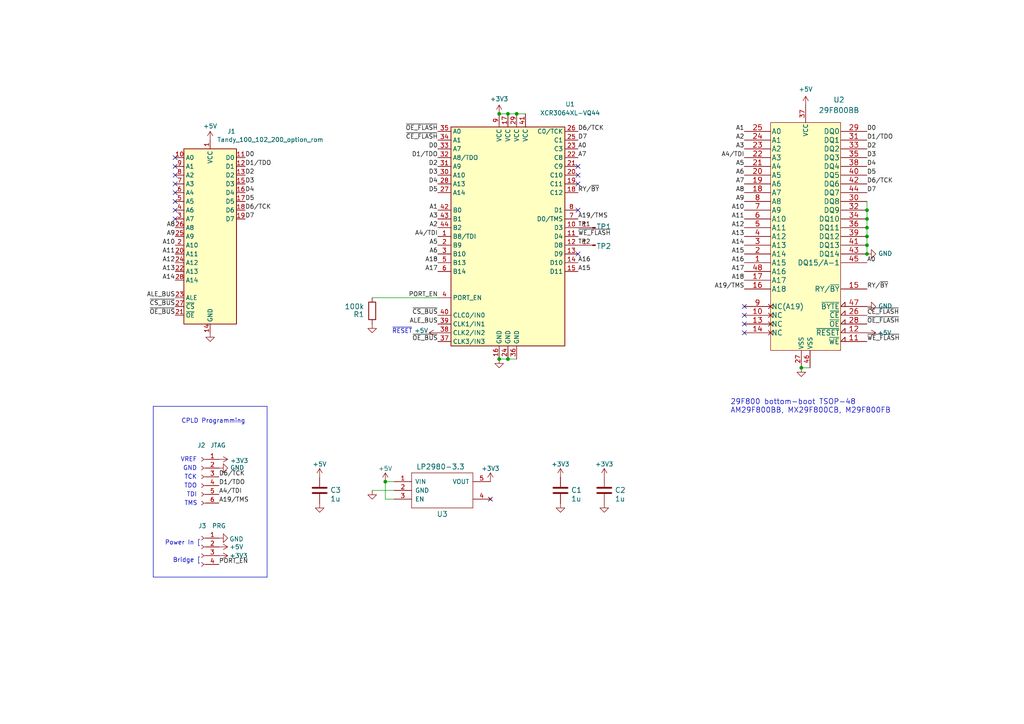
<source format=kicad_sch>
(kicad_sch (version 20231120) (generator "eeschema") (generator_version "8.0")
  (paper "A4")
  (title_block (title "REX Classic bkw") (date "2023-07-02") (rev "022") (company "Brian K. White - b.kenyon.w@gmail.com") (comment 1 "Original design: Steven Adolph"))
  (lib_symbols
    (symbol "000_LOCAL:29F800" (pin_names (offset 0.254))
      (property "Reference" "U" (at -10.16 3.81 0))
      (property "Value" "29F800" (at 2.54 3.81 0))
      (symbol "29F800_1_0"
        (pin power_in line (at -1.27 -68.58 90) (length 5.08) (name "VSS") (number "27"))
        (pin power_in line (at 0 7.62 270) (length 5.08) (name "VCC") (number "37"))
        (pin power_in line (at 1.27 -68.58 90) (length 5.08) (name "VSS") (number "46"))
      )
      (symbol "29F800_1_1"
        (rectangle (start -10.16 2.54) (end 10.16 -63.5) (fill (type background)))
        (pin input line (at -17.78 -38.1 0) (length 7.62) (name "A15") (number "1"))
        (pin passive non_logic (at -17.78 -53.34 0) (length 7.62) (name "NC") (number "10"))
        (pin input input_low (at 17.78 -60.96 180) (length 7.62) (name "~{WE}") (number "11"))
        (pin input input_low (at 17.78 -58.42 180) (length 7.62) (name "~{RESET}") (number "12"))
        (pin passive non_logic (at -17.78 -55.88 0) (length 7.62) (name "NC") (number "13"))
        (pin passive non_logic (at -17.78 -58.42 0) (length 7.62) (name "NC") (number "14"))
        (pin output line (at 17.78 -45.72 180) (length 7.62) (name "RY/~{BY}") (number "15"))
        (pin input line (at -17.78 -45.72 0) (length 7.62) (name "A18") (number "16"))
        (pin input line (at -17.78 -43.18 0) (length 7.62) (name "A17") (number "17"))
        (pin input line (at -17.78 -17.78 0) (length 7.62) (name "A7") (number "18"))
        (pin input line (at -17.78 -15.24 0) (length 7.62) (name "A6") (number "19"))
        (pin input line (at -17.78 -35.56 0) (length 7.62) (name "A14") (number "2"))
        (pin input line (at -17.78 -12.7 0) (length 7.62) (name "A5") (number "20"))
        (pin input line (at -17.78 -10.16 0) (length 7.62) (name "A4") (number "21"))
        (pin input line (at -17.78 -7.62 0) (length 7.62) (name "A3") (number "22"))
        (pin input line (at -17.78 -5.08 0) (length 7.62) (name "A2") (number "23"))
        (pin input line (at -17.78 -2.54 0) (length 7.62) (name "A1") (number "24"))
        (pin input line (at -17.78 0 0) (length 7.62) (name "A0") (number "25"))
        (pin input input_low (at 17.78 -53.34 180) (length 7.62) (name "~{CE}") (number "26"))
        (pin input input_low (at 17.78 -55.88 180) (length 7.62) (name "~{OE}") (number "28"))
        (pin bidirectional line (at 17.78 0 180) (length 7.62) (name "DQ0") (number "29"))
        (pin input line (at -17.78 -33.02 0) (length 7.62) (name "A13") (number "3"))
        (pin bidirectional line (at 17.78 -20.32 180) (length 7.62) (name "DQ8") (number "30"))
        (pin bidirectional line (at 17.78 -2.54 180) (length 7.62) (name "DQ1") (number "31"))
        (pin bidirectional line (at 17.78 -22.86 180) (length 7.62) (name "DQ9") (number "32"))
        (pin bidirectional line (at 17.78 -5.08 180) (length 7.62) (name "DQ2") (number "33"))
        (pin bidirectional line (at 17.78 -25.4 180) (length 7.62) (name "DQ10") (number "34"))
        (pin bidirectional line (at 17.78 -7.62 180) (length 7.62) (name "DQ3") (number "35"))
        (pin bidirectional line (at 17.78 -27.94 180) (length 7.62) (name "DQ11") (number "36"))
        (pin bidirectional line (at 17.78 -10.16 180) (length 7.62) (name "DQ4") (number "38"))
        (pin bidirectional line (at 17.78 -30.48 180) (length 7.62) (name "DQ12") (number "39"))
        (pin input line (at -17.78 -30.48 0) (length 7.62) (name "A12") (number "4"))
        (pin bidirectional line (at 17.78 -12.7 180) (length 7.62) (name "DQ5") (number "40"))
        (pin bidirectional line (at 17.78 -33.02 180) (length 7.62) (name "DQ13") (number "41"))
        (pin bidirectional line (at 17.78 -15.24 180) (length 7.62) (name "DQ6") (number "42"))
        (pin bidirectional line (at 17.78 -35.56 180) (length 7.62) (name "DQ14") (number "43"))
        (pin bidirectional line (at 17.78 -17.78 180) (length 7.62) (name "DQ7") (number "44"))
        (pin bidirectional line (at 17.78 -38.1 180) (length 7.62) (name "DQ15/A-1") (number "45"))
        (pin input input_low (at 17.78 -50.8 180) (length 7.62) (name "~{BYTE}") (number "47"))
        (pin input line (at -17.78 -40.64 0) (length 7.62) (name "A16") (number "48"))
        (pin input line (at -17.78 -27.94 0) (length 7.62) (name "A11") (number "5"))
        (pin input line (at -17.78 -25.4 0) (length 7.62) (name "A10") (number "6"))
        (pin input line (at -17.78 -22.86 0) (length 7.62) (name "A9") (number "7"))
        (pin input line (at -17.78 -20.32 0) (length 7.62) (name "A8") (number "8"))
        (pin passive non_logic (at -17.78 -50.8 0) (length 7.62) (name "NC(A19)") (number "9"))
      )
    )
    (symbol "000_LOCAL:C" (pin_numbers hide) (pin_names (offset 0.254))
      (property "Reference" "C" (at 0.635 2.54 0))
      (property "Value" "C" (at 0.635 -2.54 0))
      (symbol "C_0_1"
        (polyline (pts (xy -2.032 -0.762) (xy 2.032 -0.762)) (stroke (width 0.508)))
        (polyline (pts (xy -2.032 0.762) (xy 2.032 0.762)) (stroke (width 0.508)))
      )
      (symbol "C_1_1"
        (pin passive line (at 0 3.81 270) (length 2.794) (name "~") (number "1"))
        (pin passive line (at 0 -3.81 90) (length 2.794) (name "~") (number "2"))
      )
    )
    (symbol "000_LOCAL:LP2980" (pin_names (offset 1.016))
      (property "Reference" "U" (at -2.54 -7.62 0))
      (property "Value" "LP2980" (at -2.54 -10.16 0))
      (symbol "LP2980_1_0"
        (polyline (pts (xy -7.62 -5.08) (xy 10.16 -5.08)))
        (polyline (pts (xy -7.62 5.08) (xy -7.62 -5.08)))
        (polyline (pts (xy 10.16 -5.08) (xy 10.16 5.08)))
        (polyline (pts (xy 10.16 5.08) (xy -7.62 5.08)))
        (pin power_in line (at -12.7 2.54 0) (length 5.08) (name "VIN") (number "1"))
        (pin power_in line (at -12.7 0 0) (length 5.08) (name "GND") (number "2"))
        (pin input line (at -12.7 -2.54 0) (length 5.08) (name "EN") (number "3"))
        (pin no_connect line (at 15.24 -2.54 180) (length 5.08) (name "~") (number "4"))
        (pin power_out line (at 15.24 2.54 180) (length 5.08) (name "VOUT") (number "5"))
      )
    )
    (symbol "000_LOCAL:R" (pin_numbers hide) (pin_names (offset 0))
      (property "Reference" "R" (at 2.032 0 90))
      (property "Value" "R" (at 0 0 90))
      (symbol "R_0_1"
        (rectangle (start -1.016 -2.54) (end 1.016 2.54) (stroke (width 0.254)))
      )
      (symbol "R_1_1"
        (pin passive line (at 0 3.81 270) (length 1.27) (name "~") (number "1"))
        (pin passive line (at 0 -3.81 90) (length 1.27) (name "~") (number "2"))
      )
    )
    (symbol "000_LOCAL:Tandy_100_102_200_option_rom"
      (property "Reference" "U" (at -7.62 26.67 0))
      (property "Value" "Tandy_100_102_200_option_rom" (at 2.54 -26.67 0))
      (symbol "Tandy_100_102_200_option_rom_1_1"
        (rectangle (start -7.62 25.4) (end 7.62 -25.4) (stroke (width 0.254)) (fill (type background)))
        (pin power_in line (at 0 27.94 270) (length 2.54) (name "VCC") (number "1"))
        (pin input line (at -10.16 22.86 0) (length 2.54) (name "A0") (number "10"))
        (pin tri_state line (at 10.16 22.86 180) (length 2.54) (name "D0") (number "11"))
        (pin tri_state line (at 10.16 20.32 180) (length 2.54) (name "D1") (number "12"))
        (pin tri_state line (at 10.16 17.78 180) (length 2.54) (name "D2") (number "13"))
        (pin power_in line (at 0 -27.94 90) (length 2.54) (name "GND") (number "14"))
        (pin tri_state line (at 10.16 15.24 180) (length 2.54) (name "D3") (number "15"))
        (pin tri_state line (at 10.16 12.7 180) (length 2.54) (name "D4") (number "16"))
        (pin tri_state line (at 10.16 10.16 180) (length 2.54) (name "D5") (number "17"))
        (pin tri_state line (at 10.16 7.62 180) (length 2.54) (name "D6") (number "18"))
        (pin tri_state line (at 10.16 5.08 180) (length 2.54) (name "D7") (number "19"))
        (pin input line (at -10.16 -2.54 0) (length 2.54) (name "A10") (number "2"))
        (pin input line (at -10.16 -5.08 0) (length 2.54) (name "A11") (number "20"))
        (pin input line (at -10.16 -22.86 0) (length 2.54) (name "~{OE}") (number "21"))
        (pin input line (at -10.16 -10.16 0) (length 2.54) (name "A13") (number "22"))
        (pin input line (at -10.16 -17.78 0) (length 2.54) (name "ALE") (number "23"))
        (pin input line (at -10.16 -7.62 0) (length 2.54) (name "A12") (number "24"))
        (pin input line (at -10.16 0 0) (length 2.54) (name "A9") (number "25"))
        (pin input line (at -10.16 2.54 0) (length 2.54) (name "A8") (number "26"))
        (pin input line (at -10.16 -20.32 0) (length 2.54) (name "~{CS}") (number "27"))
        (pin input line (at -10.16 -12.7 0) (length 2.54) (name "A14") (number "28"))
        (pin input line (at -10.16 5.08 0) (length 2.54) (name "A7") (number "3"))
        (pin input line (at -10.16 7.62 0) (length 2.54) (name "A6") (number "4"))
        (pin input line (at -10.16 10.16 0) (length 2.54) (name "A5") (number "5"))
        (pin input line (at -10.16 12.7 0) (length 2.54) (name "A4") (number "6"))
        (pin input line (at -10.16 15.24 0) (length 2.54) (name "A3") (number "7"))
        (pin input line (at -10.16 17.78 0) (length 2.54) (name "A2") (number "8"))
        (pin input line (at -10.16 20.32 0) (length 2.54) (name "A1") (number "9"))
      )
    )
    (symbol "000_LOCAL:XCR3064-VQ44"
      (property "Reference" "U" (at 0.254 2.032 0))
      (property "Value" "XCR3064-VQ44" (at 0.127 -2.286 0))
      (symbol "XCR3064-VQ44_1_1"
        (rectangle (start -16.51 31.75) (end 16.51 -31.75) (stroke (width 0.254)) (fill (type background)))
        (pin passive line (at -20.32 0 0) (length 3.81) (name "B8/TDI") (number "1"))
        (pin passive line (at 20.32 2.54 180) (length 3.81) (name "D3") (number "10"))
        (pin passive line (at 20.32 0 180) (length 3.81) (name "D4") (number "11"))
        (pin passive line (at 20.32 -2.54 180) (length 3.81) (name "D8") (number "12"))
        (pin passive line (at 20.32 -5.08 180) (length 3.81) (name "D9") (number "13"))
        (pin passive line (at 20.32 -7.62 180) (length 3.81) (name "D10") (number "14"))
        (pin passive line (at 20.32 -10.16 180) (length 3.81) (name "D11") (number "15"))
        (pin power_in line (at -2.54 -35.56 90) (length 3.81) (name "GND") (number "16"))
        (pin power_in line (at 0 35.56 270) (length 3.81) (name "VCC") (number "17"))
        (pin passive line (at 20.32 12.7 180) (length 3.81) (name "C12") (number "18"))
        (pin passive line (at 20.32 15.24 180) (length 3.81) (name "C11") (number "19"))
        (pin passive line (at -20.32 -2.54 0) (length 3.81) (name "B9") (number "2"))
        (pin passive line (at 20.32 17.78 180) (length 3.81) (name "C10") (number "20"))
        (pin passive line (at 20.32 20.32 180) (length 3.81) (name "C9") (number "21"))
        (pin passive line (at 20.32 22.86 180) (length 3.81) (name "C8") (number "22"))
        (pin passive line (at 20.32 25.4 180) (length 3.81) (name "C3") (number "23"))
        (pin power_in line (at 0 -35.56 90) (length 3.81) (name "GND") (number "24"))
        (pin passive line (at 20.32 27.94 180) (length 3.81) (name "C1") (number "25"))
        (pin passive line (at 20.32 30.48 180) (length 3.81) (name "C0/TCK") (number "26"))
        (pin passive line (at -20.32 12.7 0) (length 3.81) (name "A14") (number "27"))
        (pin passive line (at -20.32 15.24 0) (length 3.81) (name "A13") (number "28"))
        (pin power_in line (at 2.54 35.56 270) (length 3.81) (name "VCC") (number "29"))
        (pin passive line (at -20.32 -5.08 0) (length 3.81) (name "B10") (number "3"))
        (pin passive line (at -20.32 17.78 0) (length 3.81) (name "A10") (number "30"))
        (pin passive line (at -20.32 20.32 0) (length 3.81) (name "A9") (number "31"))
        (pin passive line (at -20.32 22.86 0) (length 3.81) (name "A8/TDO") (number "32"))
        (pin passive line (at -20.32 25.4 0) (length 3.81) (name "A7") (number "33"))
        (pin passive line (at -20.32 27.94 0) (length 3.81) (name "A1") (number "34"))
        (pin passive line (at -20.32 30.48 0) (length 3.81) (name "A0") (number "35"))
        (pin power_in line (at 2.54 -35.56 90) (length 3.81) (name "GND") (number "36"))
        (pin input line (at -20.32 -30.48 0) (length 3.81) (name "CLK3/IN3") (number "37"))
        (pin input line (at -20.32 -27.94 0) (length 3.81) (name "CLK2/IN2") (number "38"))
        (pin input line (at -20.32 -25.4 0) (length 3.81) (name "CLK1/IN1") (number "39"))
        (pin input line (at -20.32 -17.78 0) (length 3.81) (name "PORT_EN") (number "4"))
        (pin input line (at -20.32 -22.86 0) (length 3.81) (name "CLC0/IN0") (number "40"))
        (pin power_in line (at 5.08 35.56 270) (length 3.81) (name "VCC") (number "41"))
        (pin passive line (at -20.32 7.62 0) (length 3.81) (name "B0") (number "42"))
        (pin passive line (at -20.32 5.08 0) (length 3.81) (name "B1") (number "43"))
        (pin passive line (at -20.32 2.54 0) (length 3.81) (name "B2") (number "44"))
        (pin passive line (at -20.32 -7.62 0) (length 3.81) (name "B13") (number "5"))
        (pin passive line (at -20.32 -10.16 0) (length 3.81) (name "B14") (number "6"))
        (pin passive line (at 20.32 5.08 180) (length 3.81) (name "D0/TMS") (number "7"))
        (pin passive line (at 20.32 7.62 180) (length 3.81) (name "D1") (number "8"))
        (pin power_in line (at -2.54 35.56 270) (length 3.81) (name "VCC") (number "9"))
      )
    )
    (symbol "Connector:Conn_01x01_Male" (pin_names (offset 1.016) hide)
      (property "Reference" "J" (at 0 2.54 0))
      (property "Value" "Conn_01x01_Male" (at 0 -2.54 0))
      (symbol "Conn_01x01_Male_1_1"
        (polyline (pts (xy 1.27 0) (xy 0.8636 0)) (stroke (width 0.1524)))
        (rectangle (start 0.8636 0.127) (end 0 -0.127) (stroke (width 0.1524)) (fill (type outline)))
        (pin passive line (at 5.08 0 180) (length 3.81) (name "Pin_1") (number "1"))
      )
    )
    (symbol "Connector:Conn_01x04_Female" (pin_names (offset 1.016) hide)
      (property "Reference" "J" (at 0 5.08 0))
      (property "Value" "Conn_01x04_Female" (at 0 -7.62 0))
      (symbol "Conn_01x04_Female_1_1"
        (arc (start 0 -4.572) (mid -0.5058 -5.08) (end 0 -5.588) (stroke (width 0.1524)))
        (arc (start 0 -2.032) (mid -0.5058 -2.54) (end 0 -3.048) (stroke (width 0.1524)))
        (polyline (pts (xy -1.27 -5.08) (xy -0.508 -5.08)) (stroke (width 0.1524)))
        (polyline (pts (xy -1.27 -2.54) (xy -0.508 -2.54)) (stroke (width 0.1524)))
        (polyline (pts (xy -1.27 0) (xy -0.508 0)) (stroke (width 0.1524)))
        (polyline (pts (xy -1.27 2.54) (xy -0.508 2.54)) (stroke (width 0.1524)))
        (arc (start 0 0.508) (mid -0.5058 0) (end 0 -0.508) (stroke (width 0.1524)))
        (arc (start 0 3.048) (mid -0.5058 2.54) (end 0 2.032) (stroke (width 0.1524)))
        (pin passive line (at -5.08 2.54 0) (length 3.81) (name "Pin_1") (number "1"))
        (pin passive line (at -5.08 0 0) (length 3.81) (name "Pin_2") (number "2"))
        (pin passive line (at -5.08 -2.54 0) (length 3.81) (name "Pin_3") (number "3"))
        (pin passive line (at -5.08 -5.08 0) (length 3.81) (name "Pin_4") (number "4"))
      )
    )
    (symbol "Connector:Conn_01x06_Female" (pin_names (offset 1.016) hide)
      (property "Reference" "J" (at 0 7.62 0))
      (property "Value" "Conn_01x06_Female" (at 0 -10.16 0))
      (symbol "Conn_01x06_Female_1_1"
        (arc (start 0 -7.112) (mid -0.5058 -7.62) (end 0 -8.128) (stroke (width 0.1524)))
        (arc (start 0 -4.572) (mid -0.5058 -5.08) (end 0 -5.588) (stroke (width 0.1524)))
        (arc (start 0 -2.032) (mid -0.5058 -2.54) (end 0 -3.048) (stroke (width 0.1524)))
        (polyline (pts (xy -1.27 -7.62) (xy -0.508 -7.62)) (stroke (width 0.1524)))
        (polyline (pts (xy -1.27 -5.08) (xy -0.508 -5.08)) (stroke (width 0.1524)))
        (polyline (pts (xy -1.27 -2.54) (xy -0.508 -2.54)) (stroke (width 0.1524)))
        (polyline (pts (xy -1.27 0) (xy -0.508 0)) (stroke (width 0.1524)))
        (polyline (pts (xy -1.27 2.54) (xy -0.508 2.54)) (stroke (width 0.1524)))
        (polyline (pts (xy -1.27 5.08) (xy -0.508 5.08)) (stroke (width 0.1524)))
        (arc (start 0 0.508) (mid -0.5058 0) (end 0 -0.508) (stroke (width 0.1524)))
        (arc (start 0 3.048) (mid -0.5058 2.54) (end 0 2.032) (stroke (width 0.1524)))
        (arc (start 0 5.588) (mid -0.5058 5.08) (end 0 4.572) (stroke (width 0.1524)))
        (pin passive line (at -5.08 5.08 0) (length 3.81) (name "Pin_1") (number "1"))
        (pin passive line (at -5.08 2.54 0) (length 3.81) (name "Pin_2") (number "2"))
        (pin passive line (at -5.08 0 0) (length 3.81) (name "Pin_3") (number "3"))
        (pin passive line (at -5.08 -2.54 0) (length 3.81) (name "Pin_4") (number "4"))
        (pin passive line (at -5.08 -5.08 0) (length 3.81) (name "Pin_5") (number "5"))
        (pin passive line (at -5.08 -7.62 0) (length 3.81) (name "Pin_6") (number "6"))
      )
    )
    (symbol "power:+3V3" (power) (pin_names (offset 0))
      (property "Value" "+3V3" (at 0 3.556 0))
      (symbol "+3V3_0_1"
        (polyline (pts (xy -0.762 1.27) (xy 0 2.54)))
        (polyline (pts (xy 0 0) (xy 0 2.54)))
        (polyline (pts (xy 0 2.54) (xy 0.762 1.27)))
      )
      (symbol "+3V3_1_1"
        (pin power_in line (at 0 0 90) (length 0) hide (name "+3V3") (number "1"))
      )
    )
    (symbol "power:+5V" (power) (pin_names (offset 0))
      (property "Value" "+5V" (at 0 3.556 0))
      (symbol "+5V_0_1"
        (polyline (pts (xy -0.762 1.27) (xy 0 2.54)))
        (polyline (pts (xy 0 0) (xy 0 2.54)))
        (polyline (pts (xy 0 2.54) (xy 0.762 1.27)))
      )
      (symbol "+5V_1_1"
        (pin power_in line (at 0 0 90) (length 0) hide (name "+5V") (number "1"))
      )
    )
    (symbol "power:GND" (power) (pin_names (offset 0))
      (property "Value" "GND" (at 0 -3.81 0))
      (symbol "GND_0_1"
        (polyline (pts (xy 0 0) (xy 0 -1.27) (xy 1.27 -1.27) (xy 0 -2.54) (xy -1.27 -1.27) (xy 0 -1.27)))
      )
      (symbol "GND_1_1"
        (pin power_in line (at 0 0 270) (length 0) hide (name "GND") (number "1"))
      )
    )
  )
  (junction (at 111.76 139.7))
  (junction (at 149.86 33.02))
  (junction (at 147.32 104.14))
  (junction (at 251.46 71.12))
  (junction (at 251.46 68.58))
  (junction (at 144.78 33.02))
  (junction (at 251.46 73.66))
  (junction (at 232.41 106.68))
  (junction (at 147.32 33.02))
  (junction (at 251.46 60.96))
  (junction (at 251.46 63.5))
  (junction (at 144.78 104.14))
  (junction (at 251.46 66.04))
  (no_connect (at 215.9 91.44))
  (no_connect (at 142.24 144.78))
  (no_connect (at 215.9 96.52))
  (no_connect (at 167.64 73.66))
  (no_connect (at 50.8 55.88))
  (no_connect (at 50.8 58.42))
  (no_connect (at 50.8 60.96))
  (no_connect (at 50.8 63.5))
  (no_connect (at 50.8 45.72))
  (no_connect (at 50.8 48.26))
  (no_connect (at 50.8 50.8))
  (no_connect (at 50.8 53.34))
  (no_connect (at 167.64 60.96))
  (no_connect (at 167.64 53.34))
  (no_connect (at 167.64 50.8))
  (no_connect (at 215.9 93.98))
  (no_connect (at 167.64 48.26))
  (no_connect (at 215.9 88.9))
  (wire (pts (xy 251.46 71.12) (xy 251.46 73.66)))
  (wire (pts (xy 111.76 139.7) (xy 111.76 144.78)))
  (wire (pts (xy 107.95 142.24) (xy 114.3 142.24)))
  (wire (pts (xy 251.46 58.42) (xy 251.46 60.96)))
  (wire (pts (xy 251.46 66.04) (xy 251.46 68.58)))
  (wire (pts (xy 114.3 139.7) (xy 111.76 139.7)))
  (wire (pts (xy 251.46 60.96) (xy 251.46 63.5)))
  (wire (pts (xy 107.95 86.36) (xy 127 86.36)))
  (polyline (pts (xy 77.47 167.386) (xy 44.45 167.386)))
  (wire (pts (xy 149.86 33.02) (xy 152.4 33.02)))
  (wire (pts (xy 147.32 104.14) (xy 149.86 104.14)))
  (wire (pts (xy 251.46 63.5) (xy 251.46 66.04)))
  (wire (pts (xy 111.76 144.78) (xy 114.3 144.78)))
  (wire (pts (xy 147.32 33.02) (xy 149.86 33.02)))
  (wire (pts (xy 251.46 68.58) (xy 251.46 71.12)))
  (polyline (pts (xy 44.45 167.386) (xy 44.45 117.856)))
  (polyline (pts (xy 77.47 117.856) (xy 77.47 167.386)))
  (polyline (pts (xy 44.45 117.856) (xy 77.47 117.856)))
  (wire (pts (xy 144.78 104.14) (xy 147.32 104.14)))
  (wire (pts (xy 144.78 33.02) (xy 147.32 33.02)))
  (wire (pts (xy 232.41 106.68) (xy 234.95 106.68)))
  (text "29F800 bottom-boot TSOP-48\nAM29F800BB, MX29F800CB, M29F800FB" (at 211.836 120.015 0) (effects (font (size 1.524 1.524)) (justify left bottom)))
  (text "Power In [" (at 58.166 158.242 0) (effects (font (size 1.27 1.27)) (justify right bottom)))
  (text "TDI" (at 57.15 144.272 0) (effects (font (size 1.27 1.27)) (justify right bottom)))
  (text "TMS" (at 57.277 146.812 0) (effects (font (size 1.27 1.27)) (justify right bottom)))
  (text "CPLD Programming" (at 52.578 122.936 0) (effects (font (size 1.27 1.27)) (justify left bottom)))
  (text "GND" (at 57.15 136.652 0) (effects (font (size 1.27 1.27)) (justify right bottom)))
  (text "VREF" (at 57.15 134.112 0) (effects (font (size 1.27 1.27)) (justify right bottom)))
  (text "TCK" (at 57.15 139.192 0) (effects (font (size 1.27 1.27)) (justify right bottom)))
  (text "TDO" (at 57.15 141.732 0) (effects (font (size 1.27 1.27)) (justify right bottom)))
  (text "Bridge [" (at 58.166 163.322 0) (effects (font (size 1.27 1.27)) (justify right bottom)))
  (text "~{RESET}" (at 119.634 96.901 0) (effects (font (size 1.27 1.27)) (justify right bottom)))
  (label "A17" (at 215.9 78.74 180))
  (label "A2" (at 215.9 40.64 180))
  (label "D0" (at 127 43.18 180))
  (label "A19{slash}TMS" (at 167.64 63.5 0))
  (label "A18" (at 215.9 81.28 180))
  (label "PORT_EN" (at 127 86.36 180))
  (label "D7" (at 167.64 40.64 0))
  (label "D4" (at 251.46 48.26 0))
  (label "ALE_BUS" (at 127 93.98 180))
  (label "ALE_BUS" (at 50.8 86.36 180))
  (label "D3" (at 127 50.8 180))
  (label "A16" (at 167.64 76.2 0))
  (label "A0" (at 251.46 76.2 0))
  (label "A12" (at 215.9 66.04 180))
  (label "A19{slash}TMS" (at 63.5 145.923 0))
  (label "D6{slash}TCK" (at 63.5 138.303 0))
  (label "TP2" (at 167.64 71.12 0))
  (label "A14" (at 215.9 71.12 180))
  (label "~{WE_FLASH}" (at 167.64 68.58 0))
  (label "D5" (at 127 55.88 180))
  (label "A12" (at 50.8 76.2 180))
  (label "TP1" (at 167.64 66.04 0))
  (label "~{OE_BUS}" (at 127 99.06 180))
  (label "A1" (at 215.9 38.1 180))
  (label "A11" (at 50.8 73.66 180))
  (label "D6{slash}TCK" (at 167.64 38.1 0))
  (label "A10" (at 215.9 60.96 180))
  (label "A11" (at 215.9 63.5 180))
  (label "D6{slash}TCK" (at 251.46 53.34 0))
  (label "A9" (at 50.8 68.58 180))
  (label "A7" (at 167.64 45.72 0))
  (label "D3" (at 251.46 45.72 0))
  (label "D5" (at 71.12 58.42 0))
  (label "D2" (at 127 48.26 180))
  (label "~{OE_FLASH}" (at 127 38.1 180))
  (label "A13" (at 50.8 78.74 180))
  (label "RY{slash}~{BY}" (at 251.46 83.82 0))
  (label "~{WE_FLASH}" (at 251.46 99.06 0))
  (label "A5" (at 127 71.12 180))
  (label "A10" (at 50.8 71.12 180))
  (label "PORT_EN" (at 63.5 163.703 0))
  (label "~{CS_BUS}" (at 50.8 88.9 180))
  (label "A4{slash}TDI" (at 63.5 143.383 0))
  (label "~{CE_FLASH}" (at 127 40.64 180))
  (label "A5" (at 215.9 48.26 180))
  (label "A6" (at 215.9 50.8 180))
  (label "A18" (at 127 76.2 180))
  (label "A0" (at 167.64 43.18 0))
  (label "D5" (at 251.46 50.8 0))
  (label "RY{slash}~{BY}" (at 167.64 55.88 0))
  (label "A15" (at 167.64 78.74 0))
  (label "D7" (at 251.46 55.88 0))
  (label "D1{slash}TDO" (at 71.12 48.26 0))
  (label "D1{slash}TDO" (at 127 45.72 180))
  (label "A15" (at 215.9 73.66 180))
  (label "A19{slash}TMS" (at 215.9 83.82 180))
  (label "A2" (at 127 66.04 180))
  (label "A13" (at 215.9 68.58 180))
  (label "A7" (at 215.9 53.34 180))
  (label "D7" (at 71.12 63.5 0))
  (label "D3" (at 71.12 53.34 0))
  (label "A17" (at 127 78.74 180))
  (label "A3" (at 127 63.5 180))
  (label "D4" (at 71.12 55.88 0))
  (label "~{CE_FLASH}" (at 251.46 91.44 0))
  (label "A3" (at 215.9 43.18 180))
  (label "D0" (at 251.46 38.1 0))
  (label "D4" (at 127 53.34 180))
  (label "D2" (at 251.46 43.18 0))
  (label "A6" (at 127 73.66 180))
  (label "A9" (at 215.9 58.42 180))
  (label "A8" (at 215.9 55.88 180))
  (label "D2" (at 71.12 50.8 0))
  (label "D1{slash}TDO" (at 63.5 140.843 0))
  (label "A1" (at 127 60.96 180))
  (label "D1{slash}TDO" (at 251.46 40.64 0))
  (label "A14" (at 50.8 81.28 180))
  (label "A16" (at 215.9 76.2 180))
  (label "D6{slash}TCK" (at 71.12 60.96 0))
  (label "~{CS_BUS}" (at 127 91.44 180))
  (label "~{OE_BUS}" (at 50.8 91.44 180))
  (label "~{OE_FLASH}" (at 251.46 93.98 0))
  (label "D0" (at 71.12 45.72 0))
  (label "A4{slash}TDI" (at 215.9 45.72 180))
  (label "A4{slash}TDI" (at 127 68.58 180))
  (label "A8" (at 50.8 66.04 180))
  (symbol (lib_id "000_LOCAL:R") (at 107.95 90.17 0) (mirror y) (unit 1)
    (property "Reference" "R1" (at 105.664 91.186 0) (effects (font (size 1.4986 1.4986)) (justify left)))
    (property "Value" "100k" (at 105.664 88.9 0) (effects (font (size 1.4986 1.4986)) (justify left)))
    (property "Footprint" "000_LOCAL:R_0805" (effects (hide yes)))
  )
  (symbol (lib_id "000_LOCAL:C") (at 162.56 142.24 0) (unit 1)
    (property "Reference" "C1" (at 165.608 143.002 0) (effects (font (size 1.4986 1.4986)) (justify left bottom)))
    (property "Value" "1u" (at 165.608 145.542 0) (effects (font (size 1.4986 1.4986)) (justify left bottom)))
    (property "Footprint" "000_LOCAL:C_0805" (effects (hide yes)))
  )
  (symbol (lib_id "power:+3V3") (at 162.56 138.43 0) (unit 1)
    (property "Reference" "#PWR0105" (effects (hide yes)))
    (property "Value" "+3V3" (at 162.56 134.62 0))
  )
  (symbol (lib_id "Connector:Conn_01x04_Female") (at 58.42 158.623 0) (mirror y) (unit 1)
    (property "Reference" "J3" (at 58.674 152.527 0))
    (property "Value" "PRG" (at 63.5 152.527 0))
    (property "Footprint" "000_LOCAL:1x4_pcb_socket" (effects (hide yes)))
  )
  (symbol (lib_id "power:+3V3") (at 63.5 133.223 270) (unit 1)
    (property "Reference" "#PWR0107" (effects (hide yes)))
    (property "Value" "+3V3" (at 66.7512 133.604 90) (effects (justify left)))
  )
  (symbol (lib_id "power:GND") (at 63.5 135.763 90) (unit 1)
    (property "Reference" "#PWR0108" (effects (hide yes)))
    (property "Value" "GND" (at 66.7512 135.636 90) (effects (justify right)))
  )
  (symbol (lib_id "000_LOCAL:LP2980") (at 127 142.24 0) (unit 1)
    (property "Reference" "U3" (at 128.27 149.098 0) (effects (font (size 1.4986 1.4986))))
    (property "Value" "LP2980-3.3" (at 127.762 135.382 0) (effects (font (size 1.4986 1.4986))))
    (property "Footprint" "000_LOCAL:SOT-23-5" (effects (hide yes)))
    (property "Datasheet" "datasheets/LP2980.pdf" (effects (hide yes)))
  )
  (symbol (lib_id "Connector:Conn_01x06_Female") (at 58.42 138.303 0) (mirror y) (unit 1)
    (property "Reference" "J2" (at 58.42 129.159 0))
    (property "Value" "JTAG" (at 63.246 129.159 0))
    (property "Footprint" "000_LOCAL:1x6_pcb_socket" (effects (hide yes)))
  )
  (symbol (lib_id "power:+5V") (at 251.46 96.52 270) (unit 1)
    (property "Reference" "#PWR0127" (effects (hide yes)))
    (property "Value" "+5V" (at 256.54 96.52 90))
  )
  (symbol (lib_id "power:+3V3") (at 63.5 161.163 270) (unit 1)
    (property "Reference" "#PWR0128" (effects (hide yes)))
    (property "Value" "+3V3" (at 66.548 161.163 90) (effects (justify left)))
  )
  (symbol (lib_id "power:+5V") (at 63.5 158.623 270) (unit 1)
    (property "Reference" "#PWR0129" (effects (hide yes)))
    (property "Value" "+5V" (at 68.58 158.623 90))
  )
  (symbol (lib_id "power:+5V") (at 60.96 40.64 0) (unit 1)
    (property "Reference" "#PWR0130" (effects (hide yes)))
    (property "Value" "+5V" (at 60.96 36.576 0))
  )
  (symbol (lib_id "power:GND") (at 60.96 96.52 0) (unit 1)
    (property "Reference" "#PWR0131" (effects (hide yes)))
    (property "Value" "GND" (effects (hide yes)))
  )
  (symbol (lib_id "power:GND") (at 63.5 156.083 90) (unit 1)
    (property "Reference" "#PWR0132" (effects (hide yes)))
    (property "Value" "GND" (at 68.58 156.337 90))
  )
  (symbol (lib_id "000_LOCAL:XCR3064-VQ44") (at 147.32 68.58 0) (unit 1)
    (property "Reference" "U1" (at 165.354 30.226 0))
    (property "Value" "XCR3064XL-VQ44" (at 165.354 32.766 0))
    (property "Footprint" "000_LOCAL:VQFP44" (effects (hide yes)))
    (property "Datasheet" "datasheets/XCR3064XL.pdf" (effects (hide yes)))
  )
  (symbol (lib_id "power:+3V3") (at 144.78 33.02 0) (unit 1)
    (property "Reference" "#PWR0111" (effects (hide yes)))
    (property "Value" "+3V3" (at 144.78 28.702 0))
  )
  (symbol (lib_id "Connector:Conn_01x01_Male") (at 172.72 66.04 180) (unit 1)
    (property "Reference" "TP1" (at 177.292 64.897 0) (effects (font (size 1.4986 1.4986)) (justify left bottom)))
    (property "Value" "PINHD-1X1" (effects (hide yes)))
    (property "Footprint" "000_LOCAL:1x1_pin_h" (effects (hide yes)))
  )
  (symbol (lib_id "Connector:Conn_01x01_Male") (at 172.72 71.12 0) (mirror y) (unit 1)
    (property "Reference" "TP2" (at 177.292 72.263 0) (effects (font (size 1.4986 1.4986)) (justify left bottom)))
    (property "Value" "PINHD-1X1" (effects (hide yes)))
    (property "Footprint" "000_LOCAL:1x1_pin_h" (effects (hide yes)))
  )
  (symbol (lib_id "000_LOCAL:29F800") (at 233.68 38.1 0) (unit 1)
    (property "Reference" "U2" (at 243.332 28.956 0) (effects (font (size 1.524 1.524))))
    (property "Value" "29F800BB" (at 243.332 32.004 0) (effects (font (size 1.524 1.524))))
    (property "Footprint" "000_LOCAL:TSOP-48" (effects (hide yes)))
    (property "Datasheet" "datasheets/29F800.pdf" (effects (hide yes)))
  )
  (symbol (lib_id "power:GND") (at 251.46 88.9 90) (unit 1)
    (property "Reference" "#PWR0115" (effects (hide yes)))
    (property "Value" "GND" (at 254.7112 88.773 90) (effects (justify right)))
  )
  (symbol (lib_id "power:+5V") (at 233.68 30.48 0) (unit 1)
    (property "Reference" "#PWR0133" (effects (hide yes)))
    (property "Value" "+5V" (at 233.68 25.908 0))
  )
  (symbol (lib_id "power:GND") (at 107.95 142.24 0) (unit 1)
    (property "Reference" "#PWR010" (effects (hide yes)))
    (property "Value" "GND" (effects (hide yes)))
  )
  (symbol (lib_id "power:GND") (at 162.56 146.05 0) (unit 1)
    (property "Reference" "#PWR04" (effects (hide yes)))
    (property "Value" "GND" (effects (hide yes)))
  )
  (symbol (lib_id "power:+5V") (at 127 96.52 90) (mirror x) (unit 1)
    (property "Reference" "#PWR0134" (effects (hide yes)))
    (property "Value" "+5V" (at 122.174 95.885 90))
  )
  (symbol (lib_id "power:GND") (at 107.95 93.98 0) (unit 1)
    (property "Reference" "#PWR08" (effects (hide yes)))
    (property "Value" "GND" (effects (hide yes)))
  )
  (symbol (lib_id "power:+3V3") (at 142.24 139.7 0) (unit 1)
    (property "Reference" "#PWR011" (effects (hide yes)))
    (property "Value" "+3V3" (at 142.24 135.89 0))
  )
  (symbol (lib_id "power:GND") (at 144.78 104.14 0) (unit 1)
    (property "Reference" "#PWR05" (effects (hide yes)))
    (property "Value" "GND" (effects (hide yes)))
  )
  (symbol (lib_id "000_LOCAL:C") (at 92.71 142.24 0) (unit 1)
    (property "Reference" "C3" (at 95.758 143.002 0) (effects (font (size 1.4986 1.4986)) (justify left bottom)))
    (property "Value" "1u" (at 95.758 145.542 0) (effects (font (size 1.4986 1.4986)) (justify left bottom)))
    (property "Footprint" "000_LOCAL:C_0805" (effects (hide yes)))
  )
  (symbol (lib_id "power:GND") (at 232.41 106.68 0) (unit 1)
    (property "Reference" "#PWR06" (effects (hide yes)))
    (property "Value" "GND" (effects (hide yes)))
  )
  (symbol (lib_id "power:+5V") (at 92.71 138.43 0) (unit 1)
    (property "Reference" "#PWR03" (effects (hide yes)))
    (property "Value" "+5V" (at 92.71 134.62 0))
  )
  (symbol (lib_id "000_LOCAL:C") (at 175.26 142.24 0) (unit 1)
    (property "Reference" "C2" (at 178.308 143.002 0) (effects (font (size 1.4986 1.4986)) (justify left bottom)))
    (property "Value" "1u" (at 178.308 145.542 0) (effects (font (size 1.4986 1.4986)) (justify left bottom)))
    (property "Footprint" "000_LOCAL:C_0805" (effects (hide yes)))
  )
  (symbol (lib_id "power:GND") (at 251.46 73.66 90) (unit 1)
    (property "Reference" "#PWR0109" (effects (hide yes)))
    (property "Value" "GND" (at 254.7112 73.533 90) (effects (justify right)))
  )
  (symbol (lib_id "power:GND") (at 92.71 146.05 0) (unit 1)
    (property "Reference" "#PWR02" (effects (hide yes)))
    (property "Value" "GND" (effects (hide yes)))
  )
  (symbol (lib_id "power:+5V") (at 111.76 139.7 0) (unit 1)
    (property "Reference" "#PWR09" (effects (hide yes)))
    (property "Value" "+5V" (at 111.76 135.89 0))
  )
  (symbol (lib_id "power:+3V3") (at 175.26 138.43 0) (unit 1)
    (property "Reference" "#PWR01" (effects (hide yes)))
    (property "Value" "+3V3" (at 175.26 134.62 0))
  )
  (symbol (lib_id "000_LOCAL:Tandy_100_102_200_option_rom") (at 60.96 68.58 0) (unit 1)
    (property "Reference" "J1" (at 65.913 38.1 0) (effects (justify left)))
    (property "Value" "Tandy_100_102_200_option_rom" (at 62.9794 40.513 0) (effects (justify left)))
    (property "Footprint" "000_LOCAL:Molex78802_PCB_28_REX" (effects (hide yes)))
  )
  (symbol (lib_id "power:GND") (at 175.26 146.05 0) (unit 1)
    (property "Reference" "#PWR07" (effects (hide yes)))
    (property "Value" "GND" (effects (hide yes)))
  )
)
</source>
